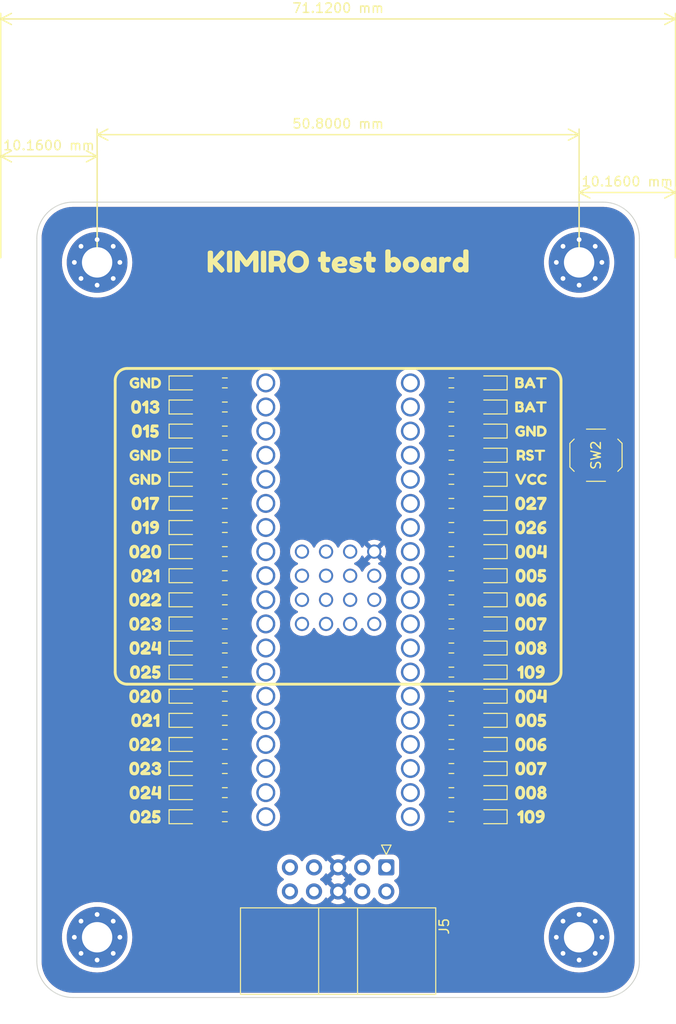
<source format=kicad_pcb>
(kicad_pcb (version 20221018) (generator pcbnew)
  (layers (0 "F.Cu" signal) (31 "B.Cu" signal) (34 "B.Paste" user) (35 "F.Paste" user) (36 "B.SilkS" user "B.Silkscreen") (37 "F.SilkS" user "F.Silkscreen") (38 "B.Mask" user) (39 "F.Mask" user) (44 "Edge.Cuts" user))
  (net 0 "")
  (net 5 "GND")
  (net 6 "Net-(D1-A)")
  (net 7 "Net-(D2-A)")
  (net 8 "Net-(D3-A)")
  (net 9 "Net-(D4-A)")
  (net 10 "Net-(D5-A)")
  (net 11 "Net-(D6-A)")
  (net 12 "Net-(D7-A)")
  (net 13 "Net-(D8-A)")
  (net 14 "Net-(D9-A)")
  (net 15 "Net-(D10-A)")
  (net 16 "Net-(D11-A)")
  (net 17 "Net-(D12-A)")
  (net 18 "Net-(D13-A)")
  (net 19 "Net-(D14-A)")
  (net 20 "Net-(D15-A)")
  (net 21 "Net-(D16-A)")
  (net 22 "Net-(D17-A)")
  (net 23 "Net-(D18-A)")
  (net 24 "Net-(D19-A)")
  (net 25 "RST")
  (net 26 "SWCLK")
  (net 27 "SWDIO")
  (net 28 "+3V3")
  (net 29 "+5V")
  (net 30 "Net-(D20-A)")
  (net 31 "RST_kimiro")
  (net 32 "Net-(D21-A)")
  (net 33 "Net-(D22-A)")
  (net 34 "Net-(D23-A)")
  (net 35 "Net-(D24-A)")
  (net 36 "Net-(D25-A)")
  (net 37 "Net-(D26-A)")
  (net 39 "Net-(J6-Pin_1)")
  (net 40 "Net-(J6-Pin_2)")
  (net 41 "Net-(J6-Pin_3)")
  (net 42 "Net-(J6-Pin_4)")
  (net 43 "Net-(J6-Pin_5)")
  (net 44 "Net-(J6-Pin_6)")
  (net 45 "Net-(J6-Pin_7)")
  (net 46 "Net-(J6-Pin_8)")
  (net 47 "Net-(J6-Pin_9)")
  (net 48 "Net-(J6-Pin_10)")
  (net 49 "Net-(J6-Pin_11)")
  (net 50 "Net-(J6-Pin_12)")
  (net 51 "Net-(J6-Pin_13)")
  (net 52 "Net-(J7-Pin_1)")
  (net 53 "Net-(J7-Pin_2)")
  (net 54 "Net-(J7-Pin_3)")
  (net 55 "Net-(J7-Pin_4)")
  (net 56 "Net-(J7-Pin_5)")
  (net 57 "Net-(J7-Pin_6)")
  (net 58 "Net-(J7-Pin_7)")
  (net 59 "Net-(J7-Pin_8)")
  (net 60 "Net-(J7-Pin_9)")
  (net 61 "Net-(J7-Pin_10)")
  (net 62 "Net-(J7-Pin_11)")
  (net 63 "Net-(J7-Pin_12)")
  (net 64 "Net-(J7-Pin_13)")
  (net 65 "Net-(D27-A)")
  (net 66 "Net-(D28-A)")
  (net 67 "Net-(D29-A)")
  (net 68 "Net-(D30-A)")
  (net 69 "Net-(D31-A)")
  (net 70 "Net-(D32-A)")
  (net 71 "Net-(D33-A)")
  (net 72 "Net-(D34-A)")
  (net 73 "Net-(D35-A)")
  (net 74 "Net-(D36-A)")
  (net 75 "Net-(D37-A)")
  (net 76 "Net-(D38-A)")
  (net 77 "Net-(J2-Pin_6)")
  (net 78 "Net-(J2-Pin_5)")
  (net 79 "Net-(J2-Pin_4)")
  (net 80 "Net-(J2-Pin_3)")
  (net 81 "Net-(J2-Pin_2)")
  (net 82 "Net-(J2-Pin_1)")
  (net 83 "Net-(J3-Pin_6)")
  (net 84 "Net-(J3-Pin_5)")
  (net 85 "Net-(J3-Pin_4)")
  (net 86 "Net-(J3-Pin_3)")
  (net 87 "Net-(J3-Pin_2)")
  (net 88 "Net-(J3-Pin_1)")
  (net 89 "028")
  (net 90 "030")
  (net 91 "031")
  (net 92 "014")
  (net 93 "115")
  (net 94 "002")
  (net 95 "029")
  (net 96 "100")
  (net 97 "016")
  (net 98 "110")
  (net 99 "112")
  (net 100 "111")
  (footprint "Library:R_0603_1608Metric_Pad0.98x0.95mm_HandSolder" (layer "F.Cu") (at 166.878 88.646)
    (fp_text reference "R20")
    (fp_text value "10k")
    (pad "1" smd roundrect (at -0.9125 0) (size 0.975 0.95) (layers "F.Cu" "F.Paste" "F.Mask") (net 61 "Net-(J7-Pin_10)"))
    (pad "2" smd roundrect (at 0.9125 0) (size 0.975 0.95) (layers "F.Cu" "F.Paste" "F.Mask") (net 30 "Net-(D20-A)"))
  )
  (footprint "Library:LED_0603_1608Metric_Pad1.05x0.95mm_HandSolder" (layer "F.Cu") (at 171.0925 93.726 180)
    (fp_text reference "D24")
    (fp_text value "008")
    (pad "1" smd roundrect (at -0.875 0 180) (size 1.05 0.95) (layers "F.Cu" "F.Paste" "F.Mask") (net 5 "GND"))
    (pad "2" smd roundrect (at 0.875 0 180) (size 1.05 0.95) (layers "F.Cu" "F.Paste" "F.Mask") (net 35 "Net-(D24-A)"))
  )
  (footprint "Library:PinHeader_1x04_P2.54mm_Vertical_P75-B1" (layer "F.Cu") (at 151.13 91.186 90)
    (fp_text reference "J9")
    (fp_text value " ")
    (pad "1" thru_hole circle (at 0 0 90) (size 1.5 1.5) (drill 1.1) (layers "*.Cu" "*.Mask") (net 97 "016"))
    (pad "2" thru_hole circle (at 0 2.54 90) (size 1.5 1.5) (drill 1.1) (layers "*.Cu" "*.Mask") (net 98 "110"))
    (pad "3" thru_hole circle (at 0 5.08 90) (size 1.5 1.5) (drill 1.1) (layers "*.Cu" "*.Mask") (net 99 "112"))
    (pad "4" thru_hole circle (at 0 7.62 90) (size 1.5 1.5) (drill 1.1) (layers "*.Cu" "*.Mask") (net 100 "111"))
  )
  (footprint "kibuzzard-62FFAA5B" (layer "F.Cu") (at 175.26 68.326)
    (fp_text reference "kibuzzard-62FFAA5B" hide)
    (fp_text value "G***" hide)
  )
  (footprint "Connector_IDC:IDC-Header_2x05_P2.54mm_Horizontal" (layer "F.Cu") (at 160.02 116.84 -90)
    (fp_text reference "J5" (at 6.215 -6.1 90) (layer "F.SilkS"))
    (fp_text value " ")
    (pad "1" thru_hole roundrect (at 0 0 270) (size 1.7 1.7) (drill 1) (layers "*.Cu" "*.Mask") (roundrect_rratio 0.147059) (net 25 "RST"))
    (pad "2" thru_hole circle (at 2.54 0 270) (size 1.7 1.7) (drill 1) (layers "*.Cu" "*.Mask") (net 26 "SWCLK"))
    (pad "3" thru_hole circle (at 0 2.54 270) (size 1.7 1.7) (drill 1) (layers "*.Cu" "*.Mask"))
    (pad "4" thru_hole circle (at 2.54 2.54 270) (size 1.7 1.7) (drill 1) (layers "*.Cu" "*.Mask") (net 27 "SWDIO"))
    (pad "5" thru_hole circle (at 0 5.08 270) (size 1.7 1.7) (drill 1) (layers "*.Cu" "*.Mask") (net 5 "GND"))
    (pad "6" thru_hole circle (at 2.54 5.08 270) (size 1.7 1.7) (drill 1) (layers "*.Cu" "*.Mask") (net 5 "GND"))
    (pad "7" thru_hole circle (at 0 7.62 270) (size 1.7 1.7) (drill 1) (layers "*.Cu" "*.Mask") (net 28 "+3V3"))
    (pad "8" thru_hole circle (at 2.54 7.62 270) (size 1.7 1.7) (drill 1) (layers "*.Cu" "*.Mask") (net 28 "+3V3"))
    (pad "9" thru_hole circle (at 0 10.16 270) (size 1.7 1.7) (drill 1) (layers "*.Cu" "*.Mask") (net 29 "+5V"))
    (pad "10" thru_hole circle (at 2.54 10.16 270) (size 1.7 1.7) (drill 1) (layers "*.Cu" "*.Mask") (net 29 "+5V"))
  )
  (footprint "kibuzzard-64036B7A" (layer "F.Cu") (at 175.26 73.406)
    (fp_text reference "kibuzzard-64036B7A" hide)
    (fp_text value "G***" hide)
  )
  (footprint "Library:R_0603_1608Metric_Pad0.98x0.95mm_HandSolder" (layer "F.Cu") (at 143.002 68.326 180)
    (fp_text reference "R3")
    (fp_text value "10k")
    (pad "1" smd roundrect (at -0.9125 0 180) (size 0.975 0.95) (layers "F.Cu" "F.Paste" "F.Mask") (net 40 "Net-(J6-Pin_2)"))
    (pad "2" smd roundrect (at 0.9125 0 180) (size 0.975 0.95) (layers "F.Cu" "F.Paste" "F.Mask") (net 8 "Net-(D3-A)"))
  )
  (footprint "Library:LED_0603_1608Metric_Pad1.05x0.95mm_HandSolder" (layer "F.Cu") (at 171.0925 96.266 180)
    (fp_text reference "D26")
    (fp_text value "016")
    (pad "1" smd roundrect (at -0.875 0 180) (size 1.05 0.95) (layers "F.Cu" "F.Paste" "F.Mask") (net 5 "GND"))
    (pad "2" smd roundrect (at 0.875 0 180) (size 1.05 0.95) (layers "F.Cu" "F.Paste" "F.Mask") (net 37 "Net-(D26-A)"))
  )
  (footprint "Library:R_0603_1608Metric_Pad0.98x0.95mm_HandSolder" (layer "F.Cu") (at 143.002 70.866 180)
    (fp_text reference "R5")
    (fp_text value "10k")
    (pad "1" smd roundrect (at -0.9125 0 180) (size 0.975 0.95) (layers "F.Cu" "F.Paste" "F.Mask") (net 41 "Net-(J6-Pin_3)"))
    (pad "2" smd roundrect (at 0.9125 0 180) (size 0.975 0.95) (layers "F.Cu" "F.Paste" "F.Mask") (net 10 "Net-(D5-A)"))
  )
  (footprint "kibuzzard-640359A3" (layer "F.Cu") (at 175.26 106.426)
    (fp_text reference "kibuzzard-640359A3" hide)
    (fp_text value "G***" hide)
  )
  (footprint "Library:R_0603_1608Metric_Pad0.98x0.95mm_HandSolder" (layer "F.Cu") (at 166.878 96.266)
    (fp_text reference "R26")
    (fp_text value "10k")
    (pad "1" smd roundrect (at -0.9125 0) (size 0.975 0.95) (layers "F.Cu" "F.Paste" "F.Mask") (net 64 "Net-(J7-Pin_13)"))
    (pad "2" smd roundrect (at 0.9125 0) (size 0.975 0.95) (layers "F.Cu" "F.Paste" "F.Mask") (net 37 "Net-(D26-A)"))
  )
  (footprint "kibuzzard-64035989" (layer "F.Cu") (at 134.62 91.186)
    (fp_text reference "kibuzzard-64035989" hide)
    (fp_text value "G***" hide)
  )
  (footprint "Library:LED_0603_1608Metric_Pad1.05x0.95mm_HandSolder" (layer "F.Cu") (at 171.0925 86.106 180)
    (fp_text reference "D18")
    (fp_text value "002")
    (pad "1" smd roundrect (at -0.875 0 180) (size 1.05 0.95) (layers "F.Cu" "F.Paste" "F.Mask") (net 5 "GND"))
    (pad "2" smd roundrect (at 0.875 0 180) (size 1.05 0.95) (layers "F.Cu" "F.Paste" "F.Mask") (net 23 "Net-(D18-A)"))
  )
  (footprint "Library:R_0603_1608Metric_Pad0.98x0.95mm_HandSolder" (layer "F.Cu") (at 143.002 73.406 180)
    (fp_text reference "R7")
    (fp_text value "10k")
    (pad "1" smd roundrect (at -0.9125 0 180) (size 0.975 0.95) (layers "F.Cu" "F.Paste" "F.Mask") (net 42 "Net-(J6-Pin_4)"))
    (pad "2" smd roundrect (at 0.9125 0 180) (size 0.975 0.95) (layers "F.Cu" "F.Paste" "F.Mask") (net 12 "Net-(D7-A)"))
  )
  (footprint "Library:LED_0603_1608Metric_Pad1.05x0.95mm_HandSolder" (layer "F.Cu") (at 138.7875 73.406)
    (fp_text reference "D7")
    (fp_text value "013")
    (pad "1" smd roundrect (at -0.875 0) (size 1.05 0.95) (layers "F.Cu" "F.Paste" "F.Mask") (net 5 "GND"))
    (pad "2" smd roundrect (at 0.875 0) (size 1.05 0.95) (layers "F.Cu" "F.Paste" "F.Mask") (net 12 "Net-(D7-A)"))
  )
  (footprint "Library:LED_0603_1608Metric_Pad1.05x0.95mm_HandSolder" (layer "F.Cu") (at 138.7875 86.106)
    (fp_text reference "D17")
    (fp_text value "023")
    (pad "1" smd roundrect (at -0.875 0) (size 1.05 0.95) (layers "F.Cu" "F.Paste" "F.Mask") (net 5 "GND"))
    (pad "2" smd roundrect (at 0.875 0) (size 1.05 0.95) (layers "F.Cu" "F.Paste" "F.Mask") (net 22 "Net-(D17-A)"))
  )
  (footprint "kibuzzard-640359B0" (layer "F.Cu") (at 175.26 98.806)
    (fp_text reference "kibuzzard-640359B0" hide)
    (fp_text value "G***" hide)
  )
  (footprint "kibuzzard-64035993" (layer "F.Cu") (at 134.62 96.266)
    (fp_text reference "kibuzzard-64035993" hide)
    (fp_text value "G***" hide)
  )
  (footprint "kibuzzard-62FFAA85" (layer "F.Cu") (at 175.26 70.866)
    (fp_text reference "kibuzzard-62FFAA85" hide)
    (fp_text value "G***" hide)
  )
  (footprint "Library:LED_0603_1608Metric_Pad1.05x0.95mm_HandSolder" (layer "F.Cu") (at 171.0925 91.186 180)
    (fp_text reference "D22")
    (fp_text value "108")
    (pad "1" smd roundrect (at -0.875 0 180) (size 1.05 0.95) (layers "F.Cu" "F.Paste" "F.Mask") (net 5 "GND"))
    (pad "2" smd roundrect (at 0.875 0 180) (size 1.05 0.95) (layers "F.Cu" "F.Paste" "F.Mask") (net 33 "Net-(D22-A)"))
  )
  (footprint "Library:LED_0603_1608Metric_Pad1.05x0.95mm_HandSolder" (layer "F.Cu") (at 171.0925 78.486 180)
    (fp_text reference "D12")
    (fp_text value "005")
    (pad "1" smd roundrect (at -0.875 0 180) (size 1.05 0.95) (layers "F.Cu" "F.Paste" "F.Mask") (net 5 "GND"))
    (pad "2" smd roundrect (at 0.875 0 180) (size 1.05 0.95) (layers "F.Cu" "F.Paste" "F.Mask") (net 17 "Net-(D12-A)"))
  )
  (footprint "Library:R_0603_1608Metric_Pad0.98x0.95mm_HandSolder" (layer "F.Cu") (at 143.002 111.506 180)
    (fp_text reference "R38")
    (fp_text value "10k")
    (pad "1" smd roundrect (at -0.9125 0 180) (size 0.975 0.95) (layers "F.Cu" "F.Paste" "F.Mask") (net 83 "Net-(J3-Pin_6)"))
    (pad "2" smd roundrect (at 0.9125 0 180) (size 0.975 0.95) (layers "F.Cu" "F.Paste" "F.Mask") (net 76 "Net-(D38-A)"))
  )
  (footprint "MountingHole:MountingHole_3.2mm_M3_Pad_Via" (layer "F.Cu") (at 180.34 124.206)
    (fp_text reference "H4" (at 0 -0.381) (layer "F.SilkS"))
    (fp_text value " ")
    (pad "1" thru_hole circle (at -2.4 0) (size 0.8 0.8) (drill 0.5) (layers "*.Cu" "*.Mask"))
    (pad "1" thru_hole circle (at -1.697056 -1.697056) (size 0.8 0.8) (drill 0.5) (layers "*.Cu" "*.Mask"))
    (pad "1" thru_hole circle (at -1.697056 1.697056) (size 0.8 0.8) (drill 0.5) (layers "*.Cu" "*.Mask"))
    (pad "1" thru_hole circle (at 0 -2.4) (size 0.8 0.8) (drill 0.5) (layers "*.Cu" "*.Mask"))
    (pad "1" thru_hole circle (at 0 0) (size 6.4 6.4) (drill 3.2) (layers "*.Cu" "*.Mask"))
    (pad "1" thru_hole circle (at 0 2.4) (size 0.8 0.8) (drill 0.5) (layers "*.Cu" "*.Mask"))
    (pad "1" thru_hole circle (at 1.697056 -1.697056) (size 0.8 0.8) (drill 0.5) (layers "*.Cu" "*.Mask"))
    (pad "1" thru_hole circle (at 1.697056 1.697056) (size 0.8 0.8) (drill 0.5) (layers "*.Cu" "*.Mask"))
    (pad "1" thru_hole circle (at 2.4 0) (size 0.8 0.8) (drill 0.5) (layers "*.Cu" "*.Mask"))
  )
  (footprint "Library:LED_0603_1608Metric_Pad1.05x0.95mm_HandSolder" (layer "F.Cu") (at 138.7875 65.786)
    (fp_text reference "D1")
    (fp_text value "107")
    (pad "1" smd roundrect (at -0.875 0) (size 1.05 0.95) (layers "F.Cu" "F.Paste" "F.Mask") (net 5 "GND"))
    (pad "2" smd roundrect (at 0.875 0) (size 1.05 0.95) (layers "F.Cu" "F.Paste" "F.Mask") (net 6 "Net-(D1-A)"))
  )
  (footprint "kibuzzard-62FFAA07" (layer "F.Cu") (at 134.62 73.406)
    (fp_text reference "kibuzzard-62FFAA07" hide)
    (fp_text value "G***" hide)
  )
  (footprint "Library:LED_0603_1608Metric_Pad1.05x0.95mm_HandSolder" (layer "F.Cu") (at 171.0925 101.346 180)
    (fp_text reference "D28")
    (fp_text value " ")
    (pad "1" smd roundrect (at -0.875 0 180) (size 1.05 0.95) (layers "F.Cu" "F.Paste" "F.Mask") (net 5 "GND"))
    (pad "2" smd roundrect (at 0.875 0 180) (size 1.05 0.95) (layers "F.Cu" "F.Paste" "F.Mask") (net 66 "Net-(D28-A)"))
  )
  (footprint "Library:R_0603_1608Metric_Pad0.98x0.95mm_HandSolder" (layer "F.Cu") (at 166.878 93.726)
    (fp_text reference "R24")
    (fp_text value "10k")
    (pad "1" smd roundrect (at -0.9125 0) (size 0.975 0.95) (layers "F.Cu" "F.Paste" "F.Mask") (net 63 "Net-(J7-Pin_12)"))
    (pad "2" smd roundrect (at 0.9125 0) (size 0.975 0.95) (layers "F.Cu" "F.Paste" "F.Mask") (net 35 "Net-(D24-A)"))
  )
  (footprint "kibuzzard-64035979" (layer "F.Cu") (at 134.62 98.806)
    (fp_text reference "kibuzzard-64035979" hide)
    (fp_text value "G***" hide)
  )
  (footprint "kibuzzard-64035984" (layer "F.Cu") (at 134.62 103.886)
    (fp_text reference "kibuzzard-64035984" hide)
    (fp_text value "G***" hide)
  )
  (footprint "kibuzzard-6403595A" (layer "F.Cu") (at 134.62 68.326)
    (fp_text reference "kibuzzard-6403595A" hide)
    (fp_text value "G***" hide)
  )
  (footprint "Library:LED_0603_1608Metric_Pad1.05x0.95mm_HandSolder" (layer "F.Cu") (at 138.7875 96.266)
    (fp_text reference "D25")
    (fp_text value "100")
    (pad "1" smd roundrect (at -0.875 0) (size 1.05 0.95) (layers "F.Cu" "F.Paste" "F.Mask") (net 5 "GND"))
    (pad "2" smd roundrect (at 0.875 0) (size 1.05 0.95) (layers "F.Cu" "F.Paste" "F.Mask") (net 36 "Net-(D25-A)"))
  )
  (footprint "Library:LED_0603_1608Metric_Pad1.05x0.95mm_HandSolder" (layer "F.Cu") (at 138.7875 106.426)
    (fp_text reference "D36")
    (fp_text value " ")
    (pad "1" smd roundrect (at -0.875 0) (size 1.05 0.95) (layers "F.Cu" "F.Paste" "F.Mask") (net 5 "GND"))
    (pad "2" smd roundrect (at 0.875 0) (size 1.05 0.95) (layers "F.Cu" "F.Paste" "F.Mask") (net 74 "Net-(D36-A)"))
  )
  (footprint "Library:LED_0603_1608Metric_Pad1.05x0.95mm_HandSolder" (layer "F.Cu") (at 171.0925 75.946 180)
    (fp_text reference "D10")
    (fp_text value "VCC")
    (pad "1" smd roundrect (at -0.875 0 180) (size 1.05 0.95) (layers "F.Cu" "F.Paste" "F.Mask") (net 5 "GND"))
    (pad "2" smd roundrect (at 0.875 0 180) (size 1.05 0.95) (layers "F.Cu" "F.Paste" "F.Mask") (net 15 "Net-(D10-A)"))
  )
  (footprint "kibuzzard-640359AA" (layer "F.Cu") (at 175.26 101.346)
    (fp_text reference "kibuzzard-640359AA" hide)
    (fp_text value "G***" hide)
  )
  (footprint "Library:R_0603_1608Metric_Pad0.98x0.95mm_HandSolder" (layer "F.Cu") (at 143.002 98.806 180)
    (fp_text reference "R33")
    (fp_text value "10k")
    (pad "1" smd roundrect (at -0.9125 0 180) (size 0.975 0.95) (layers "F.Cu" "F.Paste" "F.Mask") (net 88 "Net-(J3-Pin_1)"))
    (pad "2" smd roundrect (at 0.9125 0 180) (size 0.975 0.95) (layers "F.Cu" "F.Paste" "F.Mask") (net 71 "Net-(D33-A)"))
  )
  (footprint "Library:R_0603_1608Metric_Pad0.98x0.95mm_HandSolder" (layer "F.Cu") (at 143.002 108.966 180)
    (fp_text reference "R37")
    (fp_text value "10k")
    (pad "1" smd roundrect (at -0.9125 0 180) (size 0.975 0.95) (layers "F.Cu" "F.Paste" "F.Mask") (net 84 "Net-(J3-Pin_5)"))
    (pad "2" smd roundrect (at 0.9125 0 180) (size 0.975 0.95) (layers "F.Cu" "F.Paste" "F.Mask") (net 75 "Net-(D37-A)"))
  )
  (footprint "Library:LED_0603_1608Metric_Pad1.05x0.95mm_HandSolder" (layer "F.Cu") (at 138.7875 68.326)
    (fp_text reference "D3")
    (fp_text value "019")
    (pad "1" smd roundrect (at -0.875 0) (size 1.05 0.95) (layers "F.Cu" "F.Paste" "F.Mask") (net 5 "GND"))
    (pad "2" smd roundrect (at 0.875 0) (size 1.05 0.95) (layers "F.Cu" "F.Paste" "F.Mask") (net 8 "Net-(D3-A)"))
  )
  (footprint "kibuzzard-62FFAA43" (layer "F.Cu") (at 134.62 108.966)
    (fp_text reference "kibuzzard-62FFAA43" hide)
    (fp_text value "G***" hide)
  )
  (footprint "kibuzzard-640359B7" (layer "F.Cu") (at 175.26 81.026)
    (fp_text reference "kibuzzard-640359B7" hide)
    (fp_text value "G***" hide)
  )
  (footprint "kibuzzard-640359B0" (layer "F.Cu") (at 175.26 83.566)
    (fp_text reference "kibuzzard-640359B0" hide)
    (fp_text value "G***" hide)
  )
  (footprint "Library:R_0603_1608Metric_Pad0.98x0.95mm_HandSolder" (layer "F.Cu") (at 143.002 81.026 180)
    (fp_text reference "R13")
    (fp_text value "10k")
    (pad "1" smd roundrect (at -0.9125 0 180) (size 0.975 0.95) (layers "F.Cu" "F.Paste" "F.Mask") (net 45 "Net-(J6-Pin_7)"))
    (pad "2" smd roundrect (at 0.9125 0 180) (size 0.975 0.95) (layers "F.Cu" "F.Paste" "F.Mask") (net 18 "Net-(D13-A)"))
  )
  (footprint "kibuzzard-64035979" (layer "F.Cu") (at 134.62 83.566)
    (fp_text reference "kibuzzard-64035979" hide)
    (fp_text value "G***" hide)
  )
  (footprint "Library:R_0603_1608Metric_Pad0.98x0.95mm_HandSolder" (layer "F.Cu") (at 166.878 65.786 180)
    (fp_text reference "R2")
    (fp_text value "10k")
    (pad "1" smd roundrect (at -0.9125 0 180) (size 0.975 0.95) (layers "F.Cu" "F.Paste" "F.Mask") (net 7 "Net-(D2-A)"))
    (pad "2" smd roundrect (at 0.9125 0 180) (size 0.975 0.95) (layers "F.Cu" "F.Paste" "F.Mask") (net 52 "Net-(J7-Pin_1)"))
  )
  (footprint "Library:R_0603_1608Metric_Pad0.98x0.95mm_HandSolder" (layer "F.Cu") (at 166.878 70.866 180)
    (fp_text reference "R6")
    (fp_text value "10k")
    (pad "1" smd roundrect (at -0.9125 0 180) (size 0.975 0.95) (layers "F.Cu" "F.Paste" "F.Mask") (net 11 "Net-(D6-A)"))
    (pad "2" smd roundrect (at 0.9125 0 180) (size 0.975 0.95) (layers "F.Cu" "F.Paste" "F.Mask") (net 54 "Net-(J7-Pin_3)"))
  )
  (footprint "Library:LED_0603_1608Metric_Pad1.05x0.95mm_HandSolder" (layer "F.Cu") (at 138.7875 78.486)
    (fp_text reference "D11")
    (fp_text value "015")
    (pad "1" smd roundrect (at -0.875 0) (size 1.05 0.95) (layers "F.Cu" "F.Paste" "F.Mask") (net 5 "GND"))
    (pad "2" smd roundrect (at 0.875 0) (size 1.05 0.95) (layers "F.Cu" "F.Paste" "F.Mask") (net 16 "Net-(D11-A)"))
  )
  (footprint "Library:LED_0603_1608Metric_Pad1.05x0.95mm_HandSolder" (layer "F.Cu") (at 138.7875 91.186)
    (fp_text reference "D21")
    (fp_text value "022")
    (pad "1" smd roundrect (at -0.875 0) (size 1.05 0.95) (layers "F.Cu" "F.Paste" "F.Mask") (net 5 "GND"))
    (pad "2" smd roundrect (at 0.875 0) (size 1.05 0.95) (layers "F.Cu" "F.Paste" "F.Mask") (net 32 "Net-(D21-A)"))
  )
  (footprint "Library:LED_0603_1608Metric_Pad1.05x0.95mm_HandSolder" (layer "F.Cu") (at 138.7875 111.506)
    (fp_text reference "D38")
    (fp_text value " ")
    (pad "1" smd roundrect (at -0.875 0) (size 1.05 0.95) (layers "F.Cu" "F.Paste" "F.Mask") (net 5 "GND"))
    (pad "2" smd roundrect (at 0.875 0) (size 1.05 0.95) (layers "F.Cu" "F.Paste" "F.Mask") (net 76 "Net-(D38-A)"))
  )
  (footprint "kibuzzard-64035993" (layer "F.Cu") (at 134.62 111.506)
    (fp_text reference "kibuzzard-64035993" hide)
    (fp_text value "G***" hide)
  )
  (footprint "Library:LED_0603_1608Metric_Pad1.05x0.95mm_HandSolder" (layer "F.Cu") (at 171.0925 98.806 180)
    (fp_text reference "D27")
    (fp_text value " ")
    (pad "1" smd roundrect (at -0.875 0 180) (size 1.05 0.95) (layers "F.Cu" "F.Paste" "F.Mask") (net 5 "GND"))
    (pad "2" smd roundrect (at 0.875 0 180) (size 1.05 0.95) (layers "F.Cu" "F.Paste" "F.Mask") (net 65 "Net-(D27-A)"))
  )
  (footprint "kibuzzard-62FFAAD6" (layer "F.Cu") (at 175.26 103.886)
    (fp_text reference "kibuzzard-62FFAAD6" hide)
    (fp_text value "G***" hide)
  )
  (footprint "Library:LED_0603_1608Metric_Pad1.05x0.95mm_HandSolder" (layer "F.Cu") (at 171.0925 73.406 180)
    (fp_text reference "D8")
    (fp_text value "109")
    (pad "1" smd roundrect (at -0.875 0 180) (size 1.05 0.95) (layers "F.Cu" "F.Paste" "F.Mask") (net 5 "GND"))
    (pad "2" smd roundrect (at 0.875 0 180) (size 1.05 0.95) (layers "F.Cu" "F.Paste" "F.Mask") (net 13 "Net-(D8-A)"))
  )
  (footprint "Library:R_0603_1608Metric_Pad0.98x0.95mm_HandSolder" (layer "F.Cu") (at 166.878 101.346)
    (fp_text reference "R28")
    (fp_text value "10k")
    (pad "1" smd roundrect (at -0.9125 0) (size 0.975 0.95) (layers "F.Cu" "F.Paste" "F.Mask") (net 81 "Net-(J2-Pin_2)"))
    (pad "2" smd roundrect (at 0.9125 0) (size 0.975 0.95) (layers "F.Cu" "F.Paste" "F.Mask") (net 66 "Net-(D28-A)"))
  )
  (footprint "Library:R_0603_1608Metric_Pad0.98x0.95mm_HandSolder" (layer "F.Cu") (at 143.002 75.946 180)
    (fp_text reference "R9")
    (fp_text value "10k")
    (pad "1" smd roundrect (at -0.9125 0 180) (size 0.975 0.95) (layers "F.Cu" "F.Paste" "F.Mask") (net 43 "Net-(J6-Pin_5)"))
    (pad "2" smd roundrect (at 0.9125 0 180) (size 0.975 0.95) (layers "F.Cu" "F.Paste" "F.Mask") (net 14 "Net-(D9-A)"))
  )
  (footprint "Library:PinHeader_1x13_P2.54mm_Vertical" (layer "F.Cu") (at 147.32 65.786)
    (fp_text reference "J6")
    (fp_text value "Conn_01x13" hide)
    (pad "1" thru_hole circle (at 0 0) (size 2 2) (drill 1.5) (layers "*.Cu" "*.Mask") (net 39 "Net-(J6-Pin_1)"))
    (pad "2" thru_hole circle (at 0 2.54) (size 2 2) (drill 1.5) (layers "*.Cu" "*.Mask") (net 40 "Net-(J6-Pin_2)"))
    (pad "3" thru_hole circle (at 0 5.08) (size 2 2) (drill 1.5) (layers "*.Cu" "*.Mask") (net 41 "Net-(J6-Pin_3)"))
    (pad "4" thru_hole circle (at 0 7.62) (size 2 2) (drill 1.5) (layers "*.Cu" "*.Mask") (net 42 "Net-(J6-Pin_4)"))
    (pad "5" thru_hole circle (at 0 10.16) (size 2 2) (drill 1.5) (layers "*.Cu" "*.Mask") (net 43 "Net-(J6-Pin_5)"))
    (pad "6" thru_hole circle (at 0 12.7) (size 2 2) (drill 1.5) (layers "*.Cu" "*.Mask") (net 44 "Net-(J6-Pin_6)"))
    (pad "7" thru_hole circle (at 0 15.24) (size 2 2) (drill 1.5) (layers "*.Cu" "*.Mask") (net 45 "Net-(J6-Pin_7)"))
    (pad "8" thru_hole circle (at 0 17.78) (size 2 2) (drill 1.5) (layers "*.Cu" "*.Mask") (net 46 "Net-(J6-Pin_8)"))
    (pad "9" thru_hole circle (at 0 20.32) (size 2 2) (drill 1.5) (layers "*.Cu" "*.Mask") (net 47 "Net-(J6-Pin_9)"))
    (pad "10" thru_hole circle (at 0 22.86) (size 2 2) (drill 1.5) (layers "*.Cu" "*.Mask") (net 48 "Net-(J6-Pin_10)"))
    (pad "11" thru_hole circle (at 0 25.4) (size 2 2) (drill 1.5) (layers "*.Cu" "*.Mask") (net 49 "Net-(J6-Pin_11)"))
    (pad "12" thru_hole circle (at 0 27.94) (size 2 2) (drill 1.5) (layers "*.Cu" "*.Mask") (net 50 "Net-(J6-Pin_12)"))
    (pad "13" thru_hole circle (at 0 30.48) (size 2 2) (drill 1.5) (layers "*.Cu" "*.Mask") (net 51 "Net-(J6-Pin_13)"))
  )
  (footprint "MountingHole:MountingHole_3.2mm_M3_Pad_Via" (layer "F.Cu") (at 180.34 53.086)
    (fp_text reference "H1" (at 0 0.254) (layer "F.SilkS"))
    (fp_text value " ")
    (pad "1" thru_hole circle (at -2.4 0) (size 0.8 0.8) (drill 0.5) (layers "*.Cu" "*.Mask"))
    (pad "1" thru_hole circle (at -1.697056 -1.697056) (size 0.8 0.8) (drill 0.5) (layers "*.Cu" "*.Mask"))
    (pad "1" thru_hole circle (at -1.697056 1.697056) (size 0.8 0.8) (drill 0.5) (layers "*.Cu" "*.Mask"))
    (pad "1" thru_hole circle (at 0 -2.4) (size 0.8 0.8) (drill 0.5) (layers "*.Cu" "*.Mask"))
    (pad "1" thru_hole circle (at 0 0) (size 6.4 6.4) (drill 3.2) (layers "*.Cu" "*.Mask"))
    (pad "1" thru_hole circle (at 0 2.4) (size 0.8 0.8) (drill 0.5) (layers "*.Cu" "*.Mask"))
    (pad "1" thru_hole circle (at 1.697056 -1.697056) (size 0.8 0.8) (drill 0.5) (layers "*.Cu" "*.Mask"))
    (pad "1" thru_hole circle (at 1.697056 1.697056) (size 0.8 0.8) (drill 0.5) (layers "*.Cu" "*.Mask"))
    (pad "1" thru_hole circle (at 2.4 0) (size 0.8 0.8) (drill 0.5) (layers "*.Cu" "*.Mask"))
  )
  (footprint "Library:PinHeader_1x13_P2.54mm_Vertical" (layer "F.Cu") (at 162.56 65.786)
    (fp_text reference "J7")
    (fp_text value "Conn_01x13" hide)
    (pad "1" thru_hole circle (at 0 0) (size 2 2) (drill 1.5) (layers "*.Cu" "*.Mask") (net 52 "Net-(J7-Pin_1)"))
    (pad "2" thru_hole circle (at 0 2.54) (size 2 2) (drill 1.5) (layers "*.Cu" "*.Mask") (net 53 "Net-(J7-Pin_2)"))
    (pad "3" thru_hole circle (at 0 5.08) (size 2 2) (drill 1.5) (layers "*.Cu" "*.Mask") (net 54 "Net-(J7-Pin_3)"))
    (pad "4" thru_hole circle (at 0 7.62) (size 2 2) (drill 1.5) (layers "*.Cu" "*.Mask") (net 55 "Net-(J7-Pin_4)"))
    (pad "5" thru_hole circle (at 0 10.16) (size 2 2) (drill 1.5) (layers "*.Cu" "*.Mask") (net 56 "Net-(J7-Pin_5)"))
    (pad "6" thru_hole circle (at 0 12.7) (size 2 2) (drill 1.5) (layers "*.Cu" "*.Mask") (net 57 "Net-(J7-Pin_6)"))
    (pad "7" thru_hole circle (at 0 15.24) (size 2 2) (drill 1.5) (layers "*.Cu" "*.Mask") (net 58 "Net-(J7-Pin_7)"))
    (pad "8" thru_hole circle (at 0 17.78) (size 2 2) (drill 1.5) (layers "*.Cu" "*.Mask") (net 59 "Net-(J7-Pin_8)"))
    (pad "9" thru_hole circle (at 0 20.32) (size 2 2) (drill 1.5) (layers "*.Cu" "*.Mask") (net 60 "Net-(J7-Pin_9)"))
    (pad "10" thru_hole circle (at 0 22.86) (size 2 2) (drill 1.5) (layers "*.Cu" "*.Mask") (net 61 "Net-(J7-Pin_10)"))
    (pad "11" thru_hole circle (at 0 25.4) (size 2 2) (drill 1.5) (layers "*.Cu" "*.Mask") (net 62 "Net-(J7-Pin_11)"))
    (pad "12" thru_hole circle (at 0 27.94) (size 2 2) (drill 1.5) (layers "*.Cu" "*.Mask") (net 63 "Net-(J7-Pin_12)"))
    (pad "13" thru_hole circle (at 0 30.48) (size 2 2) (drill 1.5) (layers "*.Cu" "*.Mask") (net 64 "Net-(J7-Pin_13)"))
  )
  (footprint "Library:PinHeader_1x04_P2.54mm_Vertical_P75-B1" (layer "F.Cu") (at 151.13 83.566 90)
    (fp_text reference "J1")
    (fp_text value " ")
    (pad "1" thru_hole circle (at 0 0 90) (size 1.5 1.5) (drill 1.1) (layers "*.Cu" "*.Mask") (net 28 "+3V3"))
    (pad "2" thru_hole circle (at 0 2.54 90) (size 1.5 1.5) (drill 1.1) (layers "*.Cu" "*.Mask") (net 27 "SWDIO"))
    (pad "3" thru_hole circle (at 0 5.08 90) (size 1.5 1.5) (drill 1.1) (layers "*.Cu" "*.Mask") (net 26 "SWCLK"))
    (pad "4" thru_hole circle (at 0 7.62 90) (size 1.5 1.5) (drill 1.1) (layers "*.Cu" "*.Mask") (net 5 "GND"))
  )
  (footprint "Library:LED_0603_1608Metric_Pad1.05x0.95mm_HandSolder" (layer "F.Cu") (at 171.0925 68.326 180)
    (fp_text reference "D4")
    (fp_text value "RAW")
    (pad "1" smd roundrect (at -0.875 0 180) (size 1.05 0.95) (layers "F.Cu" "F.Paste" "F.Mask") (net 5 "GND"))
    (pad "2" smd roundrect (at 0.875 0 180) (size 1.05 0.95) (layers "F.Cu" "F.Paste" "F.Mask") (net 9 "Net-(D4-A)"))
  )
  (footprint "kibuzzard-62FFAA5B" (layer "F.Cu") (at 175.26 65.786)
    (fp_text reference "kibuzzard-62FFAA5B" hide)
    (fp_text value "G***" hide)
  )
  (footprint "kibuzzard-640359AA" (layer "F.Cu") (at 175.26 86.106)
    (fp_text reference "kibuzzard-640359AA" hide)
    (fp_text value "G***" hide)
  )
  (footprint "Library:LED_0603_1608Metric_Pad1.05x0.95mm_HandSolder" (layer "F.Cu") (at 138.7875 75.946)
    (fp_text reference "D9")
    (fp_text value "013")
    (pad "1" smd roundrect (at -0.875 0) (size 1.05 0.95) (layers "F.Cu" "F.Paste" "F.Mask") (net 5 "GND"))
    (pad "2" smd roundrect (at 0.875 0) (size 1.05 0.95) (layers "F.Cu" "F.Paste" "F.Mask") (net 14 "Net-(D9-A)"))
  )
  (footprint "kibuzzard-64035969" (layer "F.Cu") (at 134.62 78.486)
    (fp_text reference "kibuzzard-64035969" hide)
    (fp_text value "G***" hide)
  )
  (footprint "kibuzzard-6403597E" (layer "F.Cu") (at 134.62 101.346)
    (fp_text reference "kibuzzard-6403597E" hide)
    (fp_text value "G***" hide)
  )
  (footprint "Library:R_0603_1608Metric_Pad0.98x0.95mm_HandSolder" (layer "F.Cu") (at 143.002 88.646 180)
    (fp_text reference "R19")
    (fp_text value "10k")
    (pad "1" smd roundrect (at -0.9125 0 180) (size 0.975 0.95) (layers "F.Cu" "F.Paste" "F.Mask") (net 48 "Net-(J6-Pin_10)"))
    (pad "2" smd roundrect (at 0.9125 0 180) (size 0.975 0.95) (layers "F.Cu" "F.Paste" "F.Mask") (net 24 "Net-(D19-A)"))
  )
  (footprint "kibuzzard-62FFAAE6" (layer "F.Cu") (at 175.26 108.966)
    (fp_text reference "kibuzzard-62FFAAE6" hide)
    (fp_text value "G***" hide)
  )
  (footprint "MountingHole:MountingHole_3.2mm_M3_Pad_Via" (layer "F.Cu") (at 129.54 53.086)
    (fp_text reference "H2" (at 0 0.254) (layer "F.SilkS"))
    (fp_text value " ")
    (pad "1" thru_hole circle (at -2.4 0) (size 0.8 0.8) (drill 0.5) (layers "*.Cu" "*.Mask"))
    (pad "1" thru_hole circle (at -1.697056 -1.697056) (size 0.8 0.8) (drill 0.5) (layers "*.Cu" "*.Mask"))
    (pad "1" thru_hole circle (at -1.697056 1.697056) (size 0.8 0.8) (drill 0.5) (layers "*.Cu" "*.Mask"))
    (pad "1" thru_hole circle (at 0 -2.4) (size 0.8 0.8) (drill 0.5) (layers "*.Cu" "*.Mask"))
    (pad "1" thru_hole circle (at 0 0) (size 6.4 6.4) (drill 3.2) (layers "*.Cu" "*.Mask"))
    (pad "1" thru_hole circle (at 0 2.4) (size 0.8 0.8) (drill 0.5) (layers "*.Cu" "*.Mask"))
    (pad "1" thru_hole circle (at 1.697056 -1.697056) (size 0.8 0.8) (drill 0.5) (layers "*.Cu" "*.Mask"))
    (pad "1" thru_hole circle (at 1.697056 1.697056) (size 0.8 0.8) (drill 0.5) (layers "*.Cu" "*.Mask"))
    (pad "1" thru_hole circle (at 2.4 0) (size 0.8 0.8) (drill 0.5) (layers "*.Cu" "*.Mask"))
  )
  (footprint "kibuzzard-62FFAA07" (layer "F.Cu") (at 134.62 65.786)
    (fp_text reference "kibuzzard-62FFAA07" hide)
    (fp_text value "G***" hide)
  )
  (footprint "Library:PinHeader_1x04_P2.54mm_Vertical_P75-B1" (layer "F.Cu") (at 151.13 86.106 90)
    (fp_text reference "J4")
    (fp_text value " ")
    (pad "1" thru_hole circle (at 0 0 90) (size 1.5 1.5) (drill 1.1) (layers "*.Cu" "*.Mask") (net 92 "014"))
    (pad "2" thru_hole circle (at 0 2.54 90) (size 1.5 1.5) (drill 1.1) (layers "*.Cu" "*.Mask") (net 91 "031"))
    (pad "3" thru_hole circle (at 0 5.08 90) (size 1.5 1.5) (drill 1.1) (layers "*.Cu" "*.Mask") (net 90 "030"))
    (pad "4" thru_hole circle (at 0 7.62 90) (size 1.5 1.5) (drill 1.1) (layers "*.Cu" "*.Mask") (net 89 "028"))
  )
  (footprint "Button_Switch_SMD:SW_SPST_TL3342" (layer "F.Cu") (at 182.118 73.406 90)
    (fp_text reference "SW2" (at 0 0 90) (layer "F.SilkS"))
    (fp_text value "SW_Push")
    (pad "1" smd rect (at -3.15 -1.9 90) (size 1.7 1) (layers "F.Cu" "F.Paste" "F.Mask") (net 31 "RST_kimiro"))
    (pad "1" smd rect (at 3.15 -1.9 90) (size 1.7 1) (layers "F.Cu" "F.Paste" "F.Mask") (net 31 "RST_kimiro"))
    (pad "2" smd rect (at -3.15 1.9 90) (size 1.7 1) (layers "F.Cu" "F.Paste" "F.Mask") (net 5 "GND"))
    (pad "2" smd rect (at 3.15 1.9 90) (size 1.7 1) (layers "F.Cu" "F.Paste" "F.Mask") (net 5 "GND"))
  )
  (footprint "kibuzzard-640359BC" (layer "F.Cu") (at 175.26 78.486)
    (fp_text reference "kibuzzard-640359BC" hide)
    (fp_text value "G***" hide)
  )
  (footprint "Library:LED_0603_1608Metric_Pad1.05x0.95mm_HandSolder" (layer "F.Cu") (at 171.0925 81.026 180)
    (fp_text reference "D14")
    (fp_text value "004")
    (pad "1" smd roundrect (at -0.875 0 180) (size 1.05 0.95) (layers "F.Cu" "F.Paste" "F.Mask") (net 5 "GND"))
    (pad "2" smd roundrect (at 0.875 0 180) (size 1.05 0.95) (layers "F.Cu" "F.Paste" "F.Mask") (net 19 "Net-(D14-A)"))
  )
  (footprint "Library:R_0603_1608Metric_Pad0.98x0.95mm_HandSolder" (layer "F.Cu") (at 166.878 108.966)
    (fp_text reference "R31")
    (fp_text value "10k")
    (pad "1" smd roundrect (at -0.9125 0) (size 0.975 0.95) (layers "F.Cu" "F.Paste" "F.Mask") (net 78 "Net-(J2-Pin_5)"))
    (pad "2" smd roundrect (at 0.9125 0) (size 0.975 0.95) (layers "F.Cu" "F.Paste" "F.Mask") (net 69 "Net-(D31-A)"))
  )
  (footprint "kibuzzard-64035989" (layer "F.Cu") (at 134.62 106.426)
    (fp_text reference "kibuzzard-64035989" hide)
    (fp_text value "G***" hide)
  )
  (footprint "Library:LED_0603_1608Metric_Pad1.05x0.95mm_HandSolder" (layer "F.Cu") (at 138.7875 83.566)
    (fp_text reference "D15")
    (fp_text value "021")
    (pad "1" smd roundrect (at -0.875 0) (size 1.05 0.95) (layers "F.Cu" "F.Paste" "F.Mask") (net 5 "GND"))
    (pad "2" smd roundrect (at 0.875 0) (size 1.05 0.95) (layers "F.Cu" "F.Paste" "F.Mask") (net 20 "Net-(D15-A)"))
  )
  (footprint "Library:R_0603_1608Metric_Pad0.98x0.95mm_HandSolder" (layer "F.Cu") (at 166.878 86.106)
    (fp_text reference "R18")
    (fp_text value "10k")
    (pad "1" smd roundrect (at -0.9125 0) (size 0.975 0.95) (layers "F.Cu" "F.Paste" "F.Mask") (net 60 "Net-(J7-Pin_9)"))
    (pad "2" smd roundrect (at 0.9125 0) (size 0.975 0.95) (layers "F.Cu" "F.Paste" "F.Mask") (net 23 "Net-(D18-A)"))
  )
  (footprint "kibuzzard-64035962" (layer "F.Cu") (at 134.62 70.866)
    (fp_text reference "kibuzzard-64035962" hide)
    (fp_text value "G***" hide)
  )
  (footprint "Library:R_0603_1608Metric_Pad0.98x0.95mm_HandSolder" (layer "F.Cu") (at 143.002 83.566 180)
    (fp_text reference "R15")
    (fp_text value "10k")
    (pad "1" smd roundrect (at -0.9125 0 180) (size 0.975 0.95) (layers "F.Cu" "F.Paste" "F.Mask") (net 46 "Net-(J6-Pin_8)"))
    (pad "2" smd roundrect (at 0.9125 0 180) (size 0.975 0.95) (layers "F.Cu" "F.Paste" "F.Mask") (net 20 "Net-(D15-A)"))
  )
  (footprint "kibuzzard-6403599D" (layer "F.Cu") (at 175.26 111.506)
    (fp_text reference "kibuzzard-6403599D" hide)
    (fp_text value "G***" hide)
  )
  (footprint "Library:LED_0603_1608Metric_Pad1.05x0.95mm_HandSolder" (layer "F.Cu") (at 171.0925 70.866 180)
    (fp_text reference "D6")
    (fp_text value "VCC")
    (pad "1" smd roundrect (at -0.875 0 180) (size 1.05 0.95) (layers "F.Cu" "F.Paste" "F.Mask") (net 5 "GND"))
    (pad "2" smd roundrect (at 0.875 0 180) (size 1.05 0.95) (layers "F.Cu" "F.Paste" "F.Mask") (net 11 "Net-(D6-A)"))
  )
  (footprint "Library:LED_0603_1608Metric_Pad1.05x0.95mm_HandSolder" (layer "F.Cu") (at 138.7875 81.026)
    (fp_text reference "D13")
    (fp_text value "017")
    (pad "1" smd roundrect (at -0.875 0) (size 1.05 0.95) (layers "F.Cu" "F.Paste" "F.Mask") (net 5 "GND"))
    (pad "2" smd roundrect (at 0.875 0) (size 1.05 0.95) (layers "F.Cu" "F.Paste" "F.Mask") (net 18 "Net-(D13-A)"))
  )
  (footprint "Library:LED_0603_1608Metric_Pad1.05x0.95mm_HandSolder" (layer "F.Cu") (at 138.7875 98.806)
    (fp_text reference "D33")
    (fp_text value " ")
    (pad "1" smd roundrect (at -0.875 0) (size 1.05 0.95) (layers "F.Cu" "F.Paste" "F.Mask") (net 5 "GND"))
    (pad "2" smd roundrect (at 0.875 0) (size 1.05 0.95) (layers "F.Cu" "F.Paste" "F.Mask") (net 71 "Net-(D33-A)"))
  )
  (footprint "kibuzzard-640356F0" (layer "F.Cu") (at 154.94 52.959)
    (fp_text reference "kibuzzard-640356F0" hide)
    (fp_text value "G***" hide)
  )
  (footprint "Library:LED_0603_1608Metric_Pad1.05x0.95mm_HandSolder" (layer "F.Cu") (at 171.0925 111.506 180)
    (fp_text reference "D32")
    (fp_text value " ")
    (pad "1" smd roundrect (at -0.875 0 180) (size 1.05 0.95) (layers "F.Cu" "F.Paste" "F.Mask") (net 5 "GND"))
    (pad "2" smd roundrect (at 0.875 0 180) (size 1.05 0.95) (layers "F.Cu" "F.Paste" "F.Mask") (net 70 "Net-(D32-A)"))
  )
  (footprint "Library:LED_0603_1608Metric_Pad1.05x0.95mm_HandSolder" (layer "F.Cu") (at 171.0925 103.886 180)
    (fp_text reference "D29")
    (fp_text value " ")
    (pad "1" smd roundrect (at -0.875 0 180) (size 1.05 0.95) (layers "F.Cu" "F.Paste" "F.Mask") (net 5 "GND"))
    (pad "2" smd roundrect (at 0.875 0 180) (size 1.05 0.95) (layers "F.Cu" "F.Paste" "F.Mask") (net 67 "Net-(D29-A)"))
  )
  (footprint "kibuzzard-62FFAAD6" (layer "F.Cu") (at 175.26 88.646)
    (fp_text reference "kibuzzard-62FFAAD6" hide)
    (fp_text value "G***" hide)
  )
  (footprint "Library:LED_0603_1608Metric_Pad1.05x0.95mm_HandSolder" (layer "F.Cu") (at 171.0925 88.646 180)
    (fp_text reference "D20")
    (fp_text value "006")
    (pad "1" smd roundrect (at -0.875 0 180) (size 1.05 0.95) (layers "F.Cu" "F.Paste" "F.Mask") (net 5 "GND"))
    (pad "2" smd roundrect (at 0.875 0 180) (size 1.05 0.95) (layers "F.Cu" "F.Paste" "F.Mask") (net 30 "Net-(D20-A)"))
  )
  (footprint "kibuzzard-64035970" (layer "F.Cu") (at 134.62 81.026)
    (fp_text reference "kibuzzard-64035970" hide)
    (fp_text value "G***" hide)
  )
  (footprint "Library:LED_0603_1608Metric_Pad1.05x0.95mm_HandSolder" (layer "F.Cu") (at 138.7875 103.886)
    (fp_text reference "D35")
    (fp_text value " ")
    (pad "1" smd roundrect (at -0.875 0) (size 1.05 0.95) (layers "F.Cu" "F.Paste" "F.Mask") (net 5 "GND"))
    (pad "2" smd roundrect (at 0.875 0) (size 1.05 0.95) (layers "F.Cu" "F.Paste" "F.Mask") (net 73 "Net-(D35-A)"))
  )
  (footprint "Library:R_0603_1608Metric_Pad0.98x0.95mm_HandSolder" (layer "F.Cu") (at 143.002 96.266 180)
    (fp_text reference "R25")
    (fp_text value "10k")
    (pad "1" smd roundrect (at -0.9125 0 180) (size 0.975 0.95) (layers "F.Cu" "F.Paste" "F.Mask") (net 51 "Net-(J6-Pin_13)"))
    (pad "2" smd roundrect (at 0.9125 0 180) (size 0.975 0.95) (layers "F.Cu" "F.Paste" "F.Mask") (net 36 "Net-(D25-A)"))
  )
  (footprint "Library:R_0603_1608Metric_Pad0.98x0.95mm_HandSolder" (layer "F.Cu") (at 166.878 68.326 180)
    (fp_text reference "R4")
    (fp_text value "10k")
    (pad "1" smd roundrect (at -0.9125 0 180) (size 0.975 0.95) (layers "F.Cu" "F.Paste" "F.Mask") (net 9 "Net-(D4-A)"))
    (pad "2" smd roundrect (at 0.9125 0 180) (size 0.975 0.95) (layers "F.Cu" "F.Paste" "F.Mask") (net 53 "Net-(J7-Pin_2)"))
  )
  (footprint "Library:LED_0603_1608Metric_Pad1.05x0.95mm_HandSolder" (layer "F.Cu") (at 138.7875 108.966)
    (fp_text reference "D37")
    (fp_text value " ")
    (pad "1" smd roundrect (at -0.875 0) (size 1.05 0.95) (layers "F.Cu" "F.Paste" "F.Mask") (net 5 "GND"))
    (pad "2" smd roundrect (at 0.875 0) (size 1.05 0.95) (layers "F.Cu" "F.Paste" "F.Mask") (net 75 "Net-(D37-A)"))
  )
  (footprint "Library:R_0603_1608Metric_Pad0.98x0.95mm_HandSolder" (layer "F.Cu") (at 166.878 73.406 180)
    (fp_text reference "R8")
    (fp_text value "10k")
    (pad "1" smd roundrect (at -0.9125 0 180) (size 0.975 0.95) (layers "F.Cu" "F.Paste" "F.Mask") (net 13 "Net-(D8-A)"))
    (pad "2" smd roundrect (at 0.9125 0 180) (size 0.975 0.95) (layers "F.Cu" "F.Paste" "F.Mask") (net 55 "Net-(J7-Pin_4)"))
  )
  (footprint "Library:LED_0603_1608Metric_Pad1.05x0.95mm_HandSolder" (layer "F.Cu") (at 138.7875 93.726)
    (fp_text reference "D23")
    (fp_text value "024")
    (pad "1" smd roundrect (at -0.875 0) (size 1.05 0.95) (layers "F.Cu" "F.Paste" "F.Mask") (net 5 "GND"))
    (pad "2" smd roundrect (at 0.875 0) (size 1.05 0.95) (layers "F.Cu" "F.Paste" "F.Mask") (net 34 "Net-(D23-A)"))
  )
  (footprint "Library:R_0603_1608Metric_Pad0.98x0.95mm_HandSolder" (layer "F.Cu") (at 143.002 103.886 180)
    (fp_text reference "R35")
    (fp_text value "10k")
    (pad "1" smd roundrect (at -0.9125 0 180) (size 0.975 0.95) (layers "F.Cu" "F.Paste" "F.Mask") (net 86 "Net-(J3-Pin_3)"))
    (pad "2" smd roundrect (at 0.9125 0 180) (size 0.975 0.95) (layers "F.Cu" "F.Paste" "F.Mask") (net 73 "Net-(D35-A)"))
  )
  (footprint "kibuzzard-64035984" (layer "F.Cu") (at 134.62 88.646)
    (fp_text reference "kibuzzard-64035984" hide)
    (fp_text value "G***" hide)
  )
  (footprint "Library:R_0603_1608Metric_Pad0.98x0.95mm_HandSolder" (layer "F.Cu") (at 143.002 101.346 180)
    (fp_text reference "R34")
    (fp_text value "10k")
    (pad "1" smd roundrect (at -0.9125 0 180) (size 0.975 0.95) (layers "F.Cu" "F.Paste" "F.Mask") (net 87 "Net-(J3-Pin_2)"))
    (pad "2" smd roundrect (at 0.9125 0 180) (size 0.975 0.95) (layers "F.Cu" "F.Paste" "F.Mask") (net 72 "Net-(D34-A)"))
  )
  (footprint "Library:R_0603_1608Metric_Pad0.98x0.95mm_HandSolder" (layer "F.Cu") (at 143.002 106.426 180)
    (fp_text reference "R36")
    (fp_text value "10k")
    (pad "1" smd roundrect (at -0.9125 0 180) (size 0.975 0.95) (layers "F.Cu" "F.Paste" "F.Mask") (net 85 "Net-(J3-Pin_4)"))
    (pad "2" smd roundrect (at 0.9125 0 180) (size 0.975 0.95) (layers "F.Cu" "F.Paste" "F.Mask") (net 74 "Net-(D36-A)"))
  )
  (footprint "Library:R_0603_1608Metric_Pad0.98x0.95mm_HandSolder" (layer "F.Cu") (at 143.002 91.186 180)
    (fp_text reference "R21")
    (fp_text value "10k")
    (pad "1" smd roundrect (at -0.9125 0 180) (size 0.975 0.95) (layers "F.Cu" "F.Paste" "F.Mask") (net 49 "Net-(J6-Pin_11)"))
    (pad "2" smd roundrect (at 0.9125 0 180) (size 0.975 0.95) (layers "F.Cu" "F.Paste" "F.Mask") (net 32 "Net-(D21-A)"))
  )
  (footprint "Library:R_0603_1608Metric_Pad0.98x0.95mm_HandSolder" (layer "F.Cu") (at 166.878 81.026)
    (fp_text reference "R14")
    (fp_text value "10k")
    (pad "1" smd roundrect (at -0.9125 0) (size 0.975 0.95) (layers "F.Cu" "F.Paste" "F.Mask") (net 58 "Net-(J7-Pin_7)"))
    (pad "2" smd roundrect (at 0.9125 0) (size 0.975 0.95) (layers "F.Cu" "F.Paste" "F.Mask") (net 19 "Net-(D14-A)"))
  )
  (footprint "Library:PinHeader_1x06_P2.54mm_Vertical" (layer "F.Cu") (at 162.56 98.806)
    (fp_text reference "J2")
    (fp_text value "Conn_01x06")
    (pad "1" thru_hole circle (at 0 0) (size 2 2) (drill 1.5) (layers "*.Cu" "*.Mask") (net 82 "Net-(J2-Pin_1)"))
    (pad "2" thru_hole circle (at 0 2.54) (size 2 2) (drill 1.5) (layers "*.Cu" "*.Mask") (net 81 "Net-(J2-Pin_2)"))
    (pad "3" thru_hole circle (at 0 5.08) (size 2 2) (drill 1.5) (layers "*.Cu" "*.Mask") (net 80 "Net-(J2-Pin_3)"))
    (pad "4" thru_hole circle (at 0 7.62) (size 2 2) (drill 1.5) (layers "*.Cu" "*.Mask") (net 79 "Net-(J2-Pin_4)"))
    (pad "5" thru_hole circle (at 0 10.16) (size 2 2) (drill 1.5) (layers "*.Cu" "*.Mask") (net 78 "Net-(J2-Pin_5)"))
    (pad "6" thru_hole circle (at 0 12.7) (size 2 2) (drill 1.5) (layers "*.Cu" "*.Mask") (net 77 "Net-(J2-Pin_6)"))
  )
  (footprint "Library:PinHeader_1x04_P2.54mm_Vertical_P75-B1" (layer "F.Cu") (at 151.13 88.646 90)
    (fp_text reference "J8")
    (fp_text value " ")
    (pad "1" thru_hole circle (at 0 0 90) (size 1.5 1.5) (drill 1.1) (layers "*.Cu" "*.Mask") (net 96 "100"))
    (pad "2" thru_hole circle (at 0 2.54 90) (size 1.5 1.5) (drill 1.1) (layers "*.Cu" "*.Mask") (net 95 "029"))
    (pad "3" thru_hole circle (at 0 5.08 90) (size 1.5 1.5) (drill 1.1) (layers "*.Cu" "*.Mask") (net 94 "002"))
    (pad "4" thru_hole circle (at 0 7.62 90) (size 1.5 1.5) (drill 1.1) (layers "*.Cu" "*.Mask") (net 93 "115"))
  )
  (footprint "Library:R_0603_1608Metric_Pad0.98x0.95mm_HandSolder" (layer "F.Cu") (at 166.878 78.486)
    (fp_text reference "R12")
    (fp_text value "10k")
    (pad "1" smd roundrect (at -0.9125 0) (size 0.975 0.95) (layers "F.Cu" "F.Paste" "F.Mask") (net 57 "Net-(J7-Pin_6)"))
    (pad "2" smd roundrect (at 0.9125 0) (size 0.975 0.95) (layers "F.Cu" "F.Paste" "F.Mask") (net 17 "Net-(D12-A)"))
  )
  (footprint "Library:LED_0603_1608Metric_Pad1.05x0.95mm_HandSolder" (layer "F.Cu") (at 138.7875 70.866)
    (fp_text reference "D5")
    (fp_text value "013")
    (pad "1" smd roundrect (at -0.875 0) (size 1.05 0.95) (layers "F.Cu" "F.Paste" "F.Mask") (net 5 "GND"))
    (pad "2" smd roundrect (at 0.875 0) (size 1.05 0.95) (layers "F.Cu" "F.Paste" "F.Mask") (net 10 "Net-(D5-A)"))
  )
  (footprint "Library:R_0603_1608Metric_Pad0.98x0.95mm_HandSolder" (layer "F.Cu") (at 143.002 78.486 180)
    (fp_text reference "R11")
    (fp_text value "10k")
    (pad "1" smd roundrect (at -0.9125 0 180) (size 0.975 0.95) (layers "F.Cu" "F.Paste" "F.Mask") (net 44 "Net-(J6-Pin_6)"))
    (pad "2" smd roundrect (at 0.9125 0 180) (size 0.975 0.95) (layers "F.Cu" "F.Paste" "F.Mask") (net 16 "Net-(D11-A)"))
  )
  (footprint "Library:R_0603_1608Metric_Pad0.98x0.95mm_HandSolder" (layer "F.Cu") (at 166.878 75.946)
    (fp_text reference "R10")
    (fp_text value "10k")
    (pad "1" smd roundrect (at -0.9125 0) (size 0.975 0.95) (layers "F.Cu" "F.Paste" "F.Mask") (net 56 "Net-(J7-Pin_5)"))
    (pad "2" smd roundrect (at 0.9125 0) (size 0.975 0.95) (layers "F.Cu" "F.Paste" "F.Mask") (net 15 "Net-(D10-A)"))
  )
  (footprint "Library:LED_0603_1608Metric_Pad1.05x0.95mm_HandSolder" (layer "F.Cu") (at 171.0925 83.566 180)
    (fp_text reference "D16")
    (fp_text value "003")
    (pad "1" smd roundrect (at -0.875 0 180) (size 1.05 0.95) (layers "F.Cu" "F.Paste" "F.Mask") (net 5 "GND"))
    (pad "2" smd roundrect (at 0.875 0 180) (size 1.05 0.95) (layers "F.Cu" "F.Paste" "F.Mask") (net 21 "Net-(D16-A)"))
  )
  (footprint "kibuzzard-6403597E" (layer "F.Cu") (at 134.62 86.106)
    (fp_text reference "kibuzzard-6403597E" hide)
    (fp_text value "G***" hide)
  )
  (footprint "kibuzzard-62FFAA43" (layer "F.Cu") (at 134.62 93.726)
    (fp_text reference "kibuzzard-62FFAA43" hide)
    (fp_text value "G***" hide)
  )
  (footprint "Library:R_0603_1608Metric_Pad0.98x0.95mm_HandSolder" (layer "F.Cu") (at 166.878 111.506)
    (fp_text reference "R32")
    (fp_text value "10k")
    (pad "1" smd roundrect (at -0.9125 0) (size 0.975 0.95) (layers "F.Cu" "F.Paste" "F.Mask") (net 77 "Net-(J2-Pin_6)"))
    (pad "2" smd roundrect (at 0.9125 0) (size 0.975 0.95) (layers "F.Cu" "F.Paste" "F.Mask") (net 70 "Net-(D32-A)"))
  )
  (footprint "Library:R_0603_1608Metric_Pad0.98x0.95mm_HandSolder" (layer "F.Cu") (at 166.878 103.886)
    (fp_text reference "R29")
    (fp_text value "10k")
    (pad "1" smd roundrect (at -0.9125 0) (size 0.975 0.95) (layers "F.Cu" "F.Paste" "F.Mask") (net 80 "Net-(J2-Pin_3)"))
    (pad "2" smd roundrect (at 0.9125 0) (size 0.975 0.95) (layers "F.Cu" "F.Paste" "F.Mask") (net 67 "Net-(D29-A)"))
  )
  (footprint "Library:R_0603_1608Metric_Pad0.98x0.95mm_HandSolder" (layer "F.Cu") (at 166.878 98.806)
    (fp_text reference "R27")
    (fp_text value "10k")
    (pad "1" smd roundrect (at -0.9125 0) (size 0.975 0.95) (layers "F.Cu" "F.Paste" "F.Mask") (net 82 "Net-(J2-Pin_1)"))
    (pad "2" smd roundrect (at 0.9125 0) (size 0.975 0.95) (layers "F.Cu" "F.Paste" "F.Mask") (net 65 "Net-(D27-A)"))
  )
  (footprint "Library:LED_0603_1608Metric_Pad1.05x0.95mm_HandSolder" (layer "F.Cu") (at 138.7875 101.346)
    (fp_text reference "D34")
    (fp_text value " ")
    (pad "1" smd roundrect (at -0.875 0) (size 1.05 0.95) (layers "F.Cu" "F.Paste" "F.Mask") (net 5 "GND"))
    (pad "2" smd roundrect (at 0.875 0) (size 1.05 0.95) (layers "F.Cu" "F.Paste" "F.Mask") (net 72 "Net-(D34-A)"))
  )
  (footprint "Library:R_0603_1608Metric_Pad0.98x0.95mm_HandSolder" (layer "F.Cu") (at 166.878 106.426)
    (fp_text reference "R30")
    (fp_text value "10k")
    (pad "1" smd roundrect (at -0.9125 0) (size 0.975 0.95) (layers "F.Cu" "F.Paste" "F.Mask") (net 79 "Net-(J2-Pin_4)"))
    (pad "2" smd roundrect (at 0.9125 0) (size 0.975 0.95) (layers "F.Cu" "F.Paste" "F.Mask") (net 68 "Net-(D30-A)"))
  )
  (footprint "kibuzzard-62FFA9FF" (layer "F.Cu") (at 134.62 75.946)
    (fp_text reference "kibuzzard-62FFA9FF" hide)
    (fp_text value "G***" hide)
  )
  (footprint "Library:R_0603_1608Metric_Pad0.98x0.95mm_HandSolder" (layer "F.Cu") (at 143.002 86.106 180)
    (fp_text reference "R17")
    (fp_text value "10k")
    (pad "1" smd roundrect (at -0.9125 0 180) (size 0.975 0.95) (layers "F.Cu" "F.Paste" "F.Mask") (net 47 "Net-(J6-Pin_9)"))
    (pad "2" smd roundrect (at 0.9125 0 180) (size 0.975 0.95) (layers "F.Cu" "F.Paste" "F.Mask") (net 22 "Net-(D17-A)"))
  )
  (footprint "Library:R_0603_1608Metric_Pad0.98x0.95mm_HandSolder" (layer "F.Cu") (at 143.002 65.786 180)
    (fp_text reference "R1")
    (fp_text value "10k")
    (pad "1" smd roundrect (at -0.9125 0 180) (size 0.975 0.95) (layers "F.Cu" "F.Paste" "F.Mask") (net 39 "Net-(J6-Pin_1)"))
    (pad "2" smd roundrect (at 0.9125 0 180) (size 0.975 0.95) (layers "F.Cu" "F.Paste" "F.Mask") (net 6 "Net-(D1-A)"))
  )
  (footprint "Library:R_0603_1608Metric_Pad0.98x0.95mm_HandSolder" (layer "F.Cu") (at 166.878 91.186)
    (fp_text reference "R22")
    (fp_text value "10k")
    (pad "1" smd roundrect (at -0.9125 0) (size 0.975 0.95) (layers "F.Cu" "F.Paste" "F.Mask") (net 62 "Net-(J7-Pin_11)"))
    (pad "2" smd roundrect (at 0.9125 0) (size 0.975 0.95) (layers "F.Cu" "F.Paste" "F.Mask") (net 33 "Net-(D22-A)"))
  )
  (footprint "Library:LED_0603_1608Metric_Pad1.05x0.95mm_HandSolder" (layer "F.Cu") (at 171.0925 106.426 180)
    (fp_text reference "D30")
    (fp_text value " ")
    (pad "1" smd roundrect (at -0.875 0 180) (size 1.05 0.95) (layers "F.Cu" "F.Paste" "F.Mask") (net 5 "GND"))
    (pad "2" smd roundrect (at 0.875 0 180) (size 1.05 0.95) (layers "F.Cu" "F.Paste" "F.Mask") (net 68 "Net-(D30-A)"))
  )
  (footprint "Library:LED_0603_1608Metric_Pad1.05x0.95mm_HandSolder" (layer "F.Cu") (at 138.7875 88.646)
    (fp_text reference "D19")
    (fp_text value "020")
    (pad "1" smd roundrect (at -0.875 0) (size 1.05 0.95) (layers "F.Cu" "F.Paste" "F.Mask") (net 5 "GND"))
    (pad "2" smd roundrect (at 0.875 0) (size 1.05 0.95) (layers "F.Cu" "F.Paste" "F.Mask") (net 24 "Net-(D19-A)"))
  )
  (footprint "Library:LED_0603_1608Metric_Pad1.05x0.95mm_HandSolder" (layer "F.Cu") (at 171.0925 108.966 180)
    (fp_text reference "D31")
    (fp_text value " ")
    (pad "1" smd roundrect (at -0.875 0 180) (size 1.05 0.95) (layers "F.Cu" "F.Paste" "F.Mask") (net 5 "GND"))
    (pad "2" smd roundrect (at 0.875 0 180) (size 1.05 0.95) (layers "F.Cu" "F.Paste" "F.Mask") (net 69 "Net-(D31-A)"))
  )
  (footprint "Library:PinHeader_1x06_P2.54mm_Vertical" (layer "F.Cu") (at 147.32 98.806)
    (fp_text reference "J3")
    (fp_text value " ")
    (pad "1" thru_hole circle (at 0 0) (size 2 2) (drill 1.5) (layers "*.Cu" "*.Mask") (net 88 "Net-(J3-Pin_1)"))
    (pad "2" thru_hole circle (at 0 2.54) (size 2 2) (drill 1.5) (layers "*.Cu" "*.Mask") (net 87 "Net-(J3-Pin_2)"))
    (pad "3" thru_hole circle (at 0 5.08) (size 2 2) (drill 1.5) (layers "*.Cu" "*.Mask") (net 86 "Net-(J3-Pin_3)"))
    (pad "4" thru_hole circle (at 0 7.62) (size 2 2) (drill 1.5) (layers "*.Cu" "*.Mask") (net 85 "Net-(J3-Pin_4)"))
    (pad "5" thru_hole circle (at 0 10.16) (size 2 2) (drill 1.5) (layers "*.Cu" "*.Mask") (net 84 "Net-(J3-Pin_5)"))
    (pad "6" thru_hole circle (at 0 12.7) (size 2 2) (drill 1.5) (layers "*.Cu" "*.Mask") (net 83 "Net-(J3-Pin_6)"))
  )
  (footprint "kibuzzard-6403599D" (layer "F.Cu") (at 175.26 96.266)
    (fp_text reference "kibuzzard-6403599D" hide)
    (fp_text value "G***" hide)
  )
  (footprint "MountingHole:MountingHole_3.2mm_M3_Pad_Via" (layer "F.Cu") (at 129.54 124.206)
    (fp_text reference "H3" (at 0 -0.381) (layer "F.SilkS"))
    (fp_text value " ")
    (pad "1" thru_hole circle (at -2.4 0) (size 0.8 0.8) (drill 0.5) (layers "*.Cu" "*.Mask"))
    (pad "1" thru_hole circle (at -1.697056 -1.697056) (size 0.8 0.8) (drill 0.5) (layers "*.Cu" "*.Mask"))
    (pad "1" thru_hole circle (at -1.697056 1.697056) (size 0.8 0.8) (drill 0.5) (layers "*.Cu" "*.Mask"))
    (pad "1" thru_hole circle (at 0 -2.4) (size 0.8 0.8) (drill 0.5) (layers "*.Cu" "*.Mask"))
    (pad "1" thru_hole circle (at 0 0) (size 6.4 6.4) (drill 3.2) (layers "*.Cu" "*.Mask"))
    (pad "1" thru_hole circle (at 0 2.4) (size 0.8 0.8) (drill 0.5) (layers "*.Cu" "*.Mask"))
    (pad "1" thru_hole circle (at 1.697056 -1.697056) (size 0.8 0.8) (drill 0.5) (layers "*.Cu" "*.Mask"))
    (pad "1" thru_hole circle (at 1.697056 1.697056) (size 0.8 0.8) (drill 0.5) (layers "*.Cu" "*.Mask"))
    (pad "1" thru_hole circle (at 2.4 0) (size 0.8 0.8) (drill 0.5) (layers "*.Cu" "*.Mask"))
  )
  (footprint "kibuzzard-62FFAAE6" (layer "F.Cu") (at 175.26 93.726)
    (fp_text reference "kibuzzard-62FFAAE6" hide)
    (fp_text value "G***" hide)
  )
  (footprint "kibuzzard-62FFAA9F" (layer "F.Cu") (at 175.26 75.946)
    (fp_text reference "kibuzzard-62FFAA9F" hide)
    (fp_text value "G***" hide)
  )
  (footprint "Library:R_0603_1608Metric_Pad0.98x0.95mm_HandSolder" (layer "F.Cu") (at 166.878 83.566)
    (fp_text reference "R16")
    (fp_text value "10k")
    (pad "1" smd roundrect (at -0.9125 0) (size 0.975 0.95) (layers "F.Cu" "F.Paste" "F.Mask") (net 59 "Net-(J7-Pin_8)"))
    (pad "2" smd roundrect (at 0.9125 0) (size 0.975 0.95) (layers "F.Cu" "F.Paste" "F.Mask") (net 21 "Net-(D16-A)"))
  )
  (footprint "kibuzzard-640359A3" (layer "F.Cu") (at 175.26 91.186)
    (fp_text reference "kibuzzard-640359A3" hide)
    (fp_text value "G***" hide)
  )
  (footprint "Library:LED_0603_1608Metric_Pad1.05x0.95mm_HandSolder" (layer "F.Cu") (at 171.0925 65.786 180)
    (fp_text reference "D2")
    (fp_text value "5V")
    (pad "1" smd roundrect (at -0.875 0 180) (size 1.05 0.95) (layers "F.Cu" "F.Paste" "F.Mask") (net 5 "GND"))
    (pad "2" smd roundrect (at 0.875 0 180) (size 1.05 0.95) (layers "F.Cu" "F.Paste" "F.Mask") (net 7 "Net-(D2-A)"))
  )
  (footprint "Library:R_0603_1608Metric_Pad0.98x0.95mm_HandSolder" (layer "F.Cu") (at 143.002 93.726 180)
    (fp_text reference "R23")
    (fp_text value "10k")
    (pad "1" smd roundrect (at -0.9125 0 180) (size 0.975 0.95) (layers "F.Cu" "F.Paste" "F.Mask") (net 50 "Net-(J6-Pin_12)"))
    (pad "2" smd roundrect (at 0.9125 0 180) (size 0.975 0.95) (layers "F.Cu" "F.Paste" "F.Mask") (net 34 "Net-(D23-A)"))
  )
  (gr_arc (start 131.445 65.532) (mid 131.816974 64.633974) (end 132.715 64.262) (stroke (width 0.3)) (layer "F.SilkS"))
  (gr_arc (start 132.715 97.536) (mid 131.816974 97.164026) (end 131.445 96.266) (stroke (width 0.3)) (layer "F.SilkS"))
  (gr_line (start 178.435 65.532) (end 178.435 96.266) (stroke (width 0.3)) (layer "F.SilkS"))
  (gr_arc (start 178.435 96.266) (mid 178.063026 97.164026) (end 177.165 97.536) (stroke (width 0.3)) (layer "F.SilkS"))
  (gr_arc (start 177.165 64.262) (mid 178.063026 64.633974) (end 178.435 65.532) (stroke (width 0.3)) (layer "F.SilkS"))
  (gr_line (start 131.445 65.532) (end 131.445 96.266) (stroke (width 0.3)) (layer "F.SilkS"))
  (gr_line (start 177.165 64.262) (end 132.715 64.262) (stroke (width 0.3)) (layer "F.SilkS"))
  (gr_line (start 132.715 97.536) (end 177.165 97.536) (stroke (width 0.3)) (layer "F.SilkS"))
  (gr_arc (start 182.88 46.736) (mid 185.574077 47.851923) (end 186.69 50.546) (stroke (width 0.1)) (layer "Edge.Cuts"))
  (gr_line (start 123.19 126.746) (end 123.19 50.546) (stroke (width 0.1)) (layer "Edge.Cuts"))
  (gr_line (start 182.88 130.556) (end 127 130.556) (stroke (width 0.1)) (layer "Edge.Cuts"))
  (gr_line (start 186.69 50.546) (end 186.69 126.746) (stroke (width 0.1)) (layer "Edge.Cuts"))
  (gr_arc (start 186.69 126.746) (mid 185.574077 129.440077) (end 182.88 130.556) (stroke (width 0.1)) (layer "Edge.Cuts"))
  (gr_arc (start 127 130.556) (mid 124.305923 129.440077) (end 123.19 126.746) (stroke (width 0.1)) (layer "Edge.Cuts"))
  (gr_arc (start 123.19 50.546) (mid 124.305923 47.851923) (end 127 46.736) (stroke (width 0.1)) (layer "Edge.Cuts"))
  (gr_line (start 127 46.736) (end 182.88 46.736) (stroke (width 0.1)) (layer "Edge.Cuts"))
  (dimension (type orthogonal) (layer "F.SilkS") (pts (xy 129.54 53.086) (xy 119.38 53.086)) (height -11.176) (orientation 0) (gr_text "10,1600 mm" (at 124.46 40.76) (layer "F.SilkS") (effects (font (size 1 1) (thickness 0.15)))) (format (prefix "") (suffix "") (units 3) (units_format 1) (precision 4)) (style (thickness 0.15) (arrow_length 1.27) (text_position_mode 0) (extension_height 0.58642) (extension_offset 0.5) keep_text_aligned))
  (dimension (type orthogonal) (layer "F.SilkS") (pts (xy 180.34 53.086) (xy 129.54 53.086)) (height -13.462) (orientation 0) (gr_text "50,8000 mm" (at 154.94 38.474) (layer "F.SilkS") (effects (font (size 1 1) (thickness 0.15)))) (format (prefix "") (suffix "") (units 3) (units_format 1) (precision 4)) (style (thickness 0.15) (arrow_length 1.27) (text_position_mode 0) (extension_height 0.58642) (extension_offset 0.5) keep_text_aligned))
  (dimension (type orthogonal) (layer "F.SilkS") (pts (xy 180.34 53.086) (xy 190.5 53.086)) (height -7.366) (orientation 0) (gr_text "10,1600 mm" (at 185.42 44.57) (layer "F.SilkS") (effects (font (size 1 1) (thickness 0.15)))) (format (prefix "") (suffix "") (units 3) (units_format 1) (precision 4)) (style (thickness 0.15) (arrow_length 1.27) (text_position_mode 0) (extension_height 0.58642) (extension_offset 0.5) keep_text_aligned))
  (dimension (type orthogonal) (layer "F.SilkS") (pts (xy 119.38 53.086) (xy 190.5 53.086)) (height -25.654) (orientation 0) (gr_text "71,1200 mm" (at 154.94 26.282) (layer "F.SilkS") (effects (font (size 1 1) (thickness 0.15)))) (format (prefix "") (suffix "") (units 3) (units_format 1) (precision 4)) (style (thickness 0.15) (arrow_length 1.27) (text_position_mode 0) (extension_height 0.58642) (extension_offset 0.5) keep_text_aligned))
  (zone (net 5) (net_name "GND") (layers "F&B.Cu") (connect_pads (clearance 0.508)) (min_thickness 0.25) (fill yes (thermal_gap 0.5) (thermal_bridge_width 0.5))
    (polygon (pts (xy 189.23 44.45) (xy 120.65 44.45) (xy 119.38 45.72) (xy 119.38 133.35) (xy 189.23 133.35)))
  )
)
</source>
